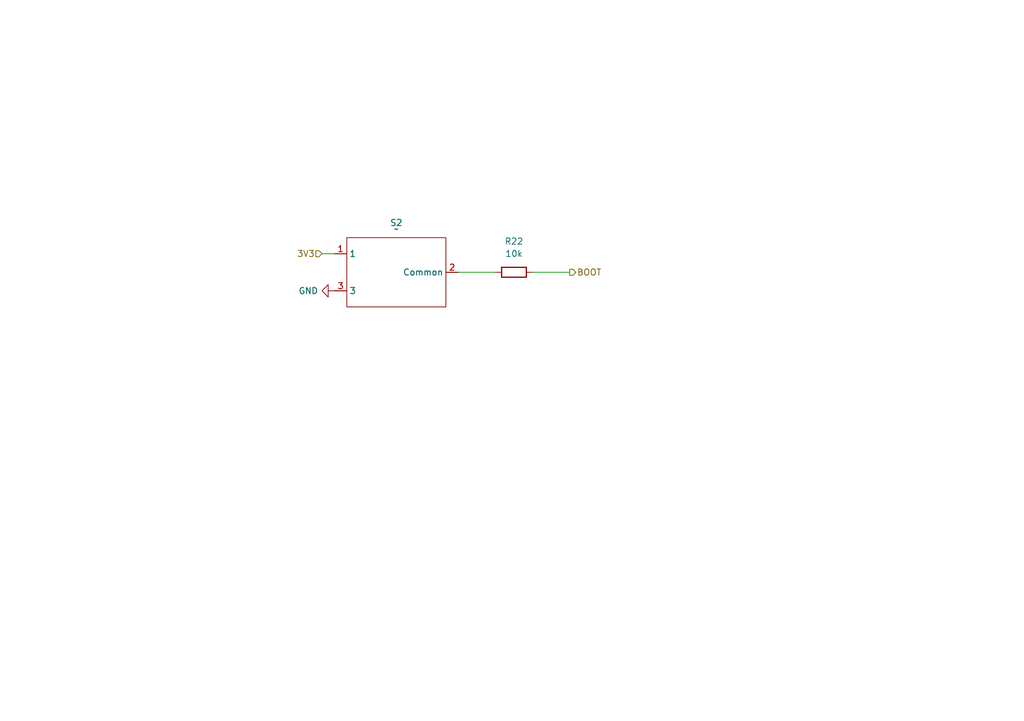
<source format=kicad_sch>
(kicad_sch (version 20231120) (generator "eeschema") (generator_version "8.0")
  (paper "A5")
  (lib_symbols
    (symbol "Device:R" (pin_numbers hide) (pin_names (offset 0))
      (property "Reference" "R" (at 2.032 0 90))
      (property "Value" "R" (at 0 0 90))
      (symbol "R_0_1"
        (rectangle (start -1.016 -2.54) (end 1.016 2.54) (stroke (width 0.254)))
      )
      (symbol "R_1_1"
        (pin passive line (at 0 3.81 270) (length 1.27) (name "~") (number "1"))
        (pin passive line (at 0 -3.81 90) (length 1.27) (name "~") (number "2"))
      )
    )
    (symbol "power:GND" (power) (pin_numbers hide) (pin_names (offset 0) hide)
      (property "Value" "GND" (at 0 -3.81 0))
      (symbol "GND_0_1"
        (polyline (pts (xy 0 0) (xy 0 -1.27) (xy 1.27 -1.27) (xy 0 -2.54) (xy -1.27 -1.27) (xy 0 -1.27)))
      )
      (symbol "GND_1_1"
        (pin power_in line (at 0 0 270) (length 0) (name "~") (number "1"))
      )
    )
    (symbol "schematic_symbols:SLW-129956-4A-RA-N-D"
      (property "Reference" "S" (at 0 8.89 0))
      (symbol "SLW-129956-4A-RA-N-D_0_1"
        (rectangle (start -10.16 7.112) (end 10.16 -7.112))
      )
      (symbol "SLW-129956-4A-RA-N-D_1_1"
        (pin passive line (at -12.7 3.81 0) (length 2.54) (name "1") (number "1"))
        (pin passive line (at 12.7 0 180) (length 2.54) (name "Common") (number "2"))
        (pin passive line (at -12.7 -3.81 0) (length 2.54) (name "3") (number "3"))
      )
    )
  )
  (wire (pts (xy 109.22 55.88) (xy 116.84 55.88)))
  (wire (pts (xy 93.98 55.88) (xy 101.6 55.88)))
  (wire (pts (xy 66.04 52.07) (xy 68.58 52.07)))
  (hierarchical_label "3V3" (shape input) (at 66.04 52.07 180))
  (hierarchical_label "BOOT" (shape output) (at 116.84 55.88 0))
  (symbol (lib_id "power:GND") (at 68.58 59.69 270) (unit 1)
    (property "Reference" "#PWR046" (effects (hide yes)))
    (property "Value" "GND" (at 65.278 59.69 90) (effects (justify right)))
    (property "Description" "Power symbol creates a global label with name \"GND\" , ground" (effects (hide yes)))
  )
  (symbol (lib_id "Device:R") (at 105.41 55.88 90) (unit 1)
    (property "Reference" "R22" (at 105.41 49.53 90))
    (property "Value" "10k" (at 105.41 52.07 90))
    (property "Footprint" "Resistor_SMD:R_0402_1005Metric" (effects (hide yes)))
    (property "Description" "Resistor" (effects (hide yes)))
  )
  (symbol (lib_id "schematic_symbols:SLW-129956-4A-RA-N-D") (at 81.28 55.88 0) (unit 1)
    (property "Reference" "S2" (at 81.28 45.72 0))
    (property "Value" "~" (at 81.28 46.99 0))
    (property "Footprint" "footprints:SLW-129956-4A-RA-N-D" (effects (hide yes)))
  )
)
</source>
